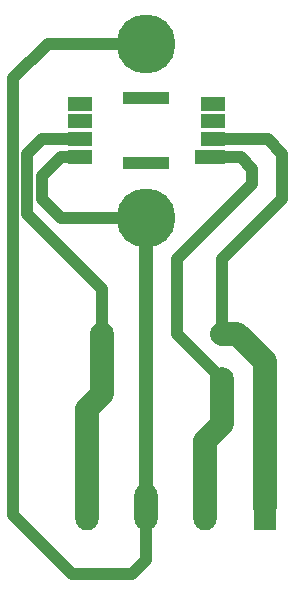
<source format=gbr>
G04 #@! TF.GenerationSoftware,KiCad,Pcbnew,(5.1.6)-1*
G04 #@! TF.CreationDate,2020-07-07T10:11:21-05:00*
G04 #@! TF.ProjectId,Ductos,44756374-6f73-42e6-9b69-6361645f7063,rev?*
G04 #@! TF.SameCoordinates,Original*
G04 #@! TF.FileFunction,Copper,L1,Top*
G04 #@! TF.FilePolarity,Positive*
%FSLAX46Y46*%
G04 Gerber Fmt 4.6, Leading zero omitted, Abs format (unit mm)*
G04 Created by KiCad (PCBNEW (5.1.6)-1) date 2020-07-07 10:11:21*
%MOMM*%
%LPD*%
G01*
G04 APERTURE LIST*
G04 #@! TA.AperFunction,ComponentPad*
%ADD10C,2.000000*%
G04 #@! TD*
G04 #@! TA.AperFunction,SMDPad,CuDef*
%ADD11R,4.000000X1.000000*%
G04 #@! TD*
G04 #@! TA.AperFunction,SMDPad,CuDef*
%ADD12R,2.600000X1.200000*%
G04 #@! TD*
G04 #@! TA.AperFunction,SMDPad,CuDef*
%ADD13R,2.000000X1.200000*%
G04 #@! TD*
G04 #@! TA.AperFunction,ComponentPad*
%ADD14R,1.980000X3.960000*%
G04 #@! TD*
G04 #@! TA.AperFunction,ComponentPad*
%ADD15O,1.980000X3.960000*%
G04 #@! TD*
G04 #@! TA.AperFunction,ViaPad*
%ADD16C,5.000000*%
G04 #@! TD*
G04 #@! TA.AperFunction,Conductor*
%ADD17C,2.000000*%
G04 #@! TD*
G04 #@! TA.AperFunction,Conductor*
%ADD18C,1.000000*%
G04 #@! TD*
G04 #@! TA.AperFunction,Conductor*
%ADD19C,1.200000*%
G04 #@! TD*
G04 APERTURE END LIST*
D10*
X50800000Y-66040000D03*
X40640000Y-66040000D03*
D11*
X44390000Y-47780000D03*
D12*
X49740000Y-47280000D03*
D13*
X50040000Y-45760000D03*
X50040000Y-44240000D03*
X50040000Y-42720000D03*
D11*
X44390000Y-42220000D03*
D13*
X38740000Y-42720000D03*
X38740000Y-44240000D03*
X38740000Y-45760000D03*
X38740000Y-47280000D03*
D14*
X54390000Y-76880000D03*
D15*
X49390000Y-76880000D03*
X39390000Y-76880000D03*
X44390000Y-76880000D03*
D10*
X40640000Y-62230000D03*
X50800000Y-62230000D03*
D16*
X44390000Y-52380000D03*
X44390000Y-37640000D03*
D17*
X50800000Y-62230000D02*
X52070000Y-62230000D01*
X54390000Y-64550000D02*
X54390000Y-76880000D01*
X52070000Y-62230000D02*
X54390000Y-64550000D01*
D18*
X50800000Y-62230000D02*
X50800000Y-55880000D01*
X50800000Y-55880000D02*
X55880000Y-50800000D01*
X55880000Y-50800000D02*
X55880000Y-46990000D01*
X54650000Y-45760000D02*
X50040000Y-45760000D01*
X55880000Y-46990000D02*
X54650000Y-45760000D01*
D17*
X50800000Y-66040000D02*
X50800000Y-69850000D01*
X49390000Y-71260000D02*
X49390000Y-76880000D01*
X50800000Y-69850000D02*
X49390000Y-71260000D01*
D18*
X50800000Y-66040000D02*
X46990000Y-62230000D01*
X46990000Y-62230000D02*
X46990000Y-55880000D01*
X46990000Y-55880000D02*
X53340000Y-49530000D01*
X53340000Y-49530000D02*
X53340000Y-48260000D01*
X52360000Y-47280000D02*
X49740000Y-47280000D01*
X53340000Y-48260000D02*
X52360000Y-47280000D01*
D17*
X40640000Y-66040000D02*
X40640000Y-67310000D01*
X39390000Y-68560000D02*
X39390000Y-76880000D01*
X40640000Y-67310000D02*
X39390000Y-68560000D01*
X40640000Y-62230000D02*
X40640000Y-66040000D01*
D18*
X37399998Y-45760000D02*
X37359998Y-45720000D01*
X38740000Y-45760000D02*
X37399998Y-45760000D01*
X37359998Y-45720000D02*
X35560000Y-45720000D01*
X35560000Y-45720000D02*
X34290000Y-46990000D01*
X34290000Y-46990000D02*
X34290000Y-52070000D01*
X40640000Y-58420000D02*
X40640000Y-62230000D01*
X34290000Y-52070000D02*
X40640000Y-58420000D01*
D19*
X44390000Y-73700000D02*
X44390000Y-52380000D01*
X44390000Y-76880000D02*
X44390000Y-73700000D01*
D18*
X38740000Y-47280000D02*
X37120000Y-47280000D01*
X37120000Y-47280000D02*
X35560000Y-48840000D01*
X35560000Y-48840000D02*
X35560000Y-50800000D01*
X37140000Y-52380000D02*
X44390000Y-52380000D01*
X35560000Y-50800000D02*
X37140000Y-52380000D01*
X44390000Y-37640000D02*
X36020000Y-37640000D01*
X33089991Y-40570009D02*
X33089991Y-77539991D01*
X36020000Y-37640000D02*
X33089991Y-40570009D01*
X33089991Y-77539991D02*
X38100000Y-82550000D01*
X38100000Y-82550000D02*
X43180000Y-82550000D01*
X44390000Y-81340000D02*
X44390000Y-76880000D01*
X43180000Y-82550000D02*
X44390000Y-81340000D01*
M02*

</source>
